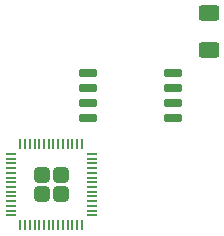
<source format=gbr>
%TF.GenerationSoftware,KiCad,Pcbnew,9.0.0*%
%TF.CreationDate,2025-03-06T16:27:56+01:00*%
%TF.ProjectId,mcuDevBoard,6d637544-6576-4426-9f61-72642e6b6963,rev?*%
%TF.SameCoordinates,Original*%
%TF.FileFunction,Paste,Bot*%
%TF.FilePolarity,Positive*%
%FSLAX46Y46*%
G04 Gerber Fmt 4.6, Leading zero omitted, Abs format (unit mm)*
G04 Created by KiCad (PCBNEW 9.0.0) date 2025-03-06 16:27:56*
%MOMM*%
%LPD*%
G01*
G04 APERTURE LIST*
G04 Aperture macros list*
%AMRoundRect*
0 Rectangle with rounded corners*
0 $1 Rounding radius*
0 $2 $3 $4 $5 $6 $7 $8 $9 X,Y pos of 4 corners*
0 Add a 4 corners polygon primitive as box body*
4,1,4,$2,$3,$4,$5,$6,$7,$8,$9,$2,$3,0*
0 Add four circle primitives for the rounded corners*
1,1,$1+$1,$2,$3*
1,1,$1+$1,$4,$5*
1,1,$1+$1,$6,$7*
1,1,$1+$1,$8,$9*
0 Add four rect primitives between the rounded corners*
20,1,$1+$1,$2,$3,$4,$5,0*
20,1,$1+$1,$4,$5,$6,$7,0*
20,1,$1+$1,$6,$7,$8,$9,0*
20,1,$1+$1,$8,$9,$2,$3,0*%
G04 Aperture macros list end*
%ADD10RoundRect,0.150000X0.650000X0.150000X-0.650000X0.150000X-0.650000X-0.150000X0.650000X-0.150000X0*%
%ADD11RoundRect,0.250000X0.625000X-0.400000X0.625000X0.400000X-0.625000X0.400000X-0.625000X-0.400000X0*%
%ADD12RoundRect,0.249999X0.395001X0.395001X-0.395001X0.395001X-0.395001X-0.395001X0.395001X-0.395001X0*%
%ADD13RoundRect,0.050000X0.387500X0.050000X-0.387500X0.050000X-0.387500X-0.050000X0.387500X-0.050000X0*%
%ADD14RoundRect,0.050000X0.050000X0.387500X-0.050000X0.387500X-0.050000X-0.387500X0.050000X-0.387500X0*%
G04 APERTURE END LIST*
D10*
%TO.C,U5*%
X134410000Y-81990000D03*
X134410000Y-83260000D03*
X134410000Y-84530000D03*
X134410000Y-85800000D03*
X127210000Y-85800000D03*
X127210000Y-84530000D03*
X127210000Y-83260000D03*
X127210000Y-81990000D03*
%TD*%
D11*
%TO.C,R32*%
X137414000Y-80036000D03*
X137414000Y-76936000D03*
%TD*%
D12*
%TO.C,U1*%
X124870500Y-92224000D03*
X124870500Y-90624000D03*
X123270500Y-92224000D03*
X123270500Y-90624000D03*
D13*
X127508000Y-88824000D03*
X127508000Y-89224000D03*
X127508000Y-89624000D03*
X127508000Y-90024000D03*
X127508000Y-90424000D03*
X127508000Y-90824000D03*
X127508000Y-91224000D03*
X127508000Y-91624000D03*
X127508000Y-92024000D03*
X127508000Y-92424000D03*
X127508000Y-92824000D03*
X127508000Y-93224000D03*
X127508000Y-93624000D03*
X127508000Y-94024000D03*
D14*
X126670500Y-94861500D03*
X126270500Y-94861500D03*
X125870500Y-94861500D03*
X125470500Y-94861500D03*
X125070500Y-94861500D03*
X124670500Y-94861500D03*
X124270500Y-94861500D03*
X123870500Y-94861500D03*
X123470500Y-94861500D03*
X123070500Y-94861500D03*
X122670500Y-94861500D03*
X122270500Y-94861500D03*
X121870500Y-94861500D03*
X121470500Y-94861500D03*
D13*
X120633000Y-94024000D03*
X120633000Y-93624000D03*
X120633000Y-93224000D03*
X120633000Y-92824000D03*
X120633000Y-92424000D03*
X120633000Y-92024000D03*
X120633000Y-91624000D03*
X120633000Y-91224000D03*
X120633000Y-90824000D03*
X120633000Y-90424000D03*
X120633000Y-90024000D03*
X120633000Y-89624000D03*
X120633000Y-89224000D03*
X120633000Y-88824000D03*
D14*
X121470500Y-87986500D03*
X121870500Y-87986500D03*
X122270500Y-87986500D03*
X122670500Y-87986500D03*
X123070500Y-87986500D03*
X123470500Y-87986500D03*
X123870500Y-87986500D03*
X124270500Y-87986500D03*
X124670500Y-87986500D03*
X125070500Y-87986500D03*
X125470500Y-87986500D03*
X125870500Y-87986500D03*
X126270500Y-87986500D03*
X126670500Y-87986500D03*
%TD*%
M02*

</source>
